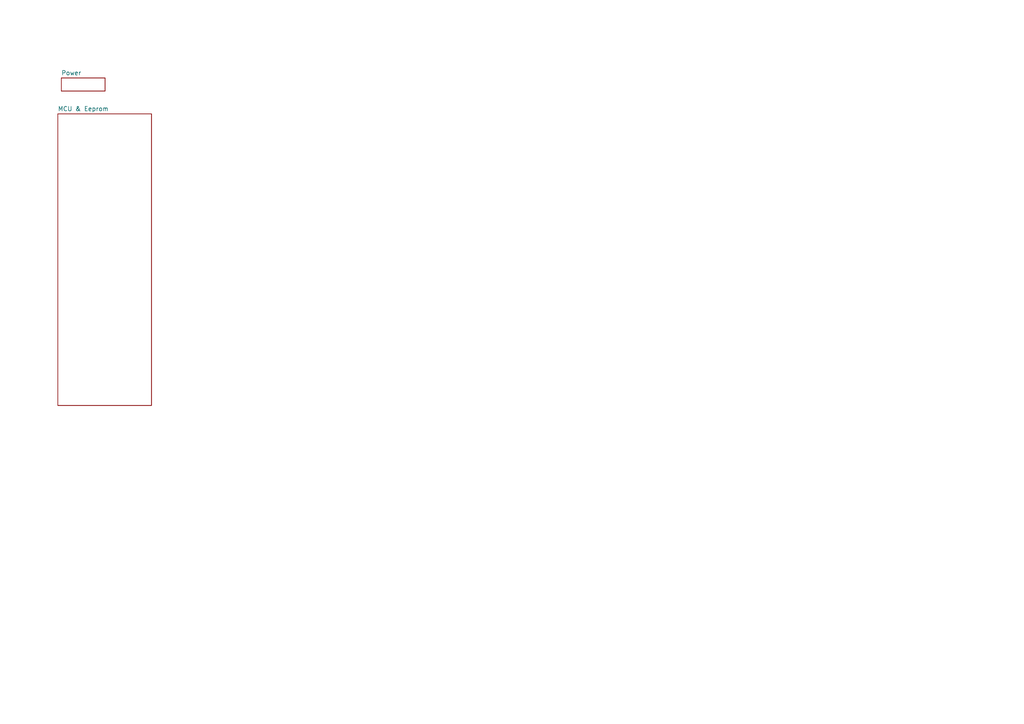
<source format=kicad_sch>
(kicad_sch (version 20221206) (generator eeschema)
  (paper "A4")
  (lib_symbols)
  (sheet (at 16.764 33.02) (size 27.178 84.582)
    (property "Sheetname" "MCU & Eeprom" (at 16.764 32.3084 0) (effects (justify left bottom)))
    (property "Sheetfile" "MCU_&_Eeprom.kicad_sch" (effects hide))
  )
  (sheet (at 17.78 22.606) (size 12.7 3.81)
    (property "Sheetname" "Power" (at 17.78 21.8944 0) (effects (justify left bottom)))
    (property "Sheetfile" "Power.kicad_sch" (effects hide))
  )
)
</source>
